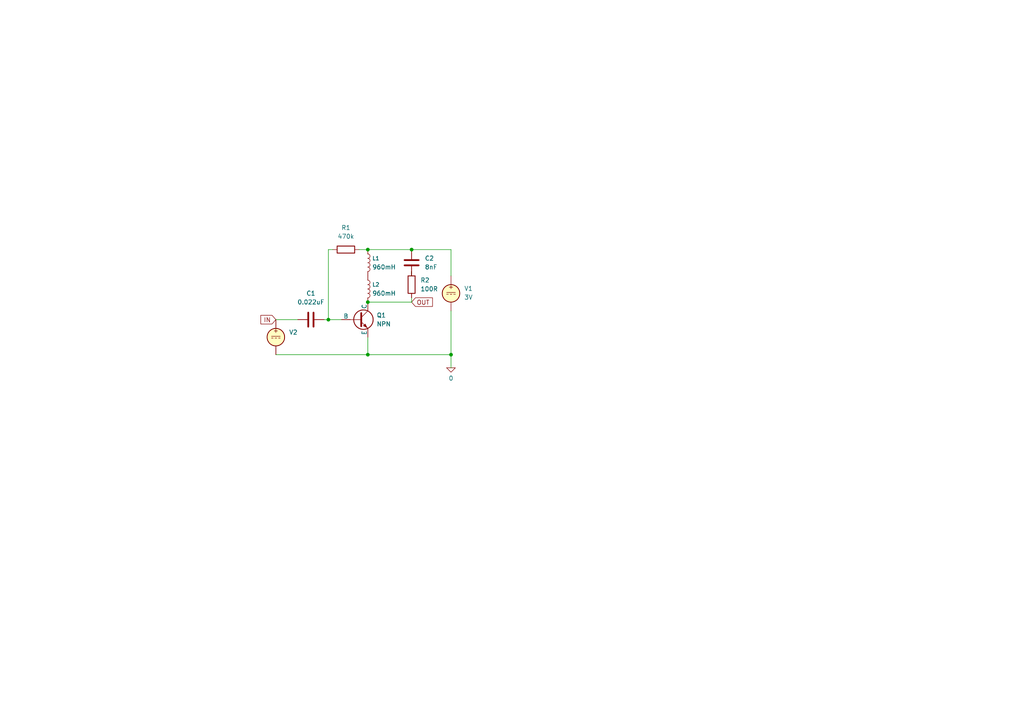
<source format=kicad_sch>
(kicad_sch (version 20250114) (generator "eeschema") (generator_version "9.0")
  (paper "A4")
  (lib_symbols
    (symbol "Device:C" (pin_numbers (hide yes)) (pin_names (offset 0.254))
      (property "Reference" "C" (at 0.635 2.54 0))
      (property "Value" "C" (at 0.635 -2.54 0))
      (symbol "C_0_1"
        (polyline (pts (xy -2.032 0.762) (xy 2.032 0.762)) (stroke (width 0.508)))
        (polyline (pts (xy -2.032 -0.762) (xy 2.032 -0.762)) (stroke (width 0.508)))
      )
      (symbol "C_1_1"
        (pin passive line (at 0 3.81 270) (length 2.794) (name "~") (number "1"))
        (pin passive line (at 0 -3.81 90) (length 2.794) (name "~") (number "2"))
      )
    )
    (symbol "Device:R" (pin_numbers (hide yes)) (pin_names (offset 0))
      (property "Reference" "R" (at 2.032 0 90))
      (property "Value" "R" (at 0 0 90))
      (symbol "R_0_1"
        (rectangle (start -1.016 -2.54) (end 1.016 2.54) (stroke (width 0.254)))
      )
      (symbol "R_1_1"
        (pin passive line (at 0 3.81 270) (length 1.27) (name "~") (number "1"))
        (pin passive line (at 0 -3.81 90) (length 1.27) (name "~") (number "2"))
      )
    )
    (symbol "Simulation_SPICE:0" (power) (pin_numbers (hide yes)) (pin_names (offset 0) (hide yes))
      (property "Value" "0" (at 0 -2.54 0))
      (symbol "0_0_1"
        (polyline (pts (xy -1.27 0) (xy 0 -1.27) (xy 1.27 0) (xy -1.27 0)))
      )
      (symbol "0_1_1"
        (pin power_in line (at 0 0 0) (length 0) (name "~") (number "1"))
      )
    )
    (symbol "Simulation_SPICE:NPN" (pin_numbers (hide yes)) (pin_names (offset 0))
      (property "Reference" "Q" (at -2.54 7.62 0))
      (property "Value" "NPN" (at -2.54 5.08 0))
      (symbol "NPN_0_1"
        (polyline (pts (xy -2.54 0) (xy 0.635 0)) (stroke (width 0.1524)))
        (polyline (pts (xy 0.635 1.905) (xy 0.635 -1.905) (xy 0.635 -1.905)) (stroke (width 0.508)))
        (polyline (pts (xy 0.635 0.635) (xy 2.54 2.54)))
        (polyline (pts (xy 0.635 -0.635) (xy 2.54 -2.54) (xy 2.54 -2.54)))
        (circle (center 1.27 0) (radius 2.8194) (stroke (width 0.254)))
        (polyline (pts (xy 1.27 -1.778) (xy 1.778 -1.27) (xy 2.286 -2.286) (xy 1.27 -1.778) (xy 1.27 -1.778)) (fill (type outline)))
        (polyline (pts (xy 2.794 -1.27) (xy 2.794 -1.27)) (stroke (width 0.1524)))
        (polyline (pts (xy 2.794 -1.27) (xy 2.794 -1.27)) (stroke (width 0.1524)))
      )
      (symbol "NPN_1_1"
        (pin input line (at -5.08 0 0) (length 2.54) (name "B") (number "2"))
        (pin open_collector line (at 2.54 5.08 270) (length 2.54) (name "C") (number "1"))
        (pin open_emitter line (at 2.54 -5.08 90) (length 2.54) (name "E") (number "3"))
      )
    )
    (symbol "Simulation_SPICE:VDC" (pin_numbers (hide yes)) (pin_names (offset 0.0254))
      (property "Reference" "V" (at 2.54 2.54 0))
      (property "Value" "1" (at 2.54 0 0))
      (symbol "VDC_0_0"
        (polyline (pts (xy -1.27 0.254) (xy 1.27 0.254)))
        (polyline (pts (xy -0.762 -0.254) (xy -1.27 -0.254)))
        (polyline (pts (xy 0.254 -0.254) (xy -0.254 -0.254)))
        (polyline (pts (xy 1.27 -0.254) (xy 0.762 -0.254)))
        (text "+" (at 0 1.905 0) (effects (font (size 1.27 1.27))))
      )
      (symbol "VDC_0_1"
        (circle (center 0 0) (radius 2.54) (stroke (width 0.254)) (fill (type background)))
      )
      (symbol "VDC_1_1"
        (pin passive line (at 0 5.08 270) (length 2.54) (name "~") (number "1"))
        (pin passive line (at 0 -5.08 90) (length 2.54) (name "~") (number "2"))
      )
    )
    (symbol "kicadunlocked:L" (pin_numbers (hide yes)) (pin_names (offset 1.016) (hide yes))
      (property "Reference" "L" (at -1.27 -3.81 90))
      (property "Value" "L" (at 1.905 -3.81 90))
      (symbol "L_0_1"
        (arc (start 0 -1.27) (mid 0.6323 -1.905) (end 0 -2.54))
        (arc (start 0 -2.54) (mid 0.6323 -3.175) (end 0 -3.81))
        (arc (start 0 -3.81) (mid 0.6323 -4.445) (end 0 -5.08))
        (arc (start 0 -5.08) (mid 0.6323 -5.715) (end 0 -6.35))
      )
      (symbol "L_1_1"
        (pin passive line (at 0 0 270) (length 1.27) (name "1") (number "1"))
        (pin passive line (at 0 -7.62 90) (length 1.27) (name "2") (number "2"))
      )
    )
  )
  (junction (at 119.38 72.39))
  (junction (at 106.68 102.87))
  (junction (at 106.68 87.63))
  (junction (at 106.68 72.39))
  (junction (at 95.25 92.71))
  (junction (at 130.81 102.87))
  (wire (pts (xy 106.68 72.39) (xy 119.38 72.39)))
  (wire (pts (xy 130.81 90.17) (xy 130.81 102.87)))
  (wire (pts (xy 93.98 92.71) (xy 95.25 92.71)))
  (wire (pts (xy 119.38 72.39) (xy 130.81 72.39)))
  (wire (pts (xy 95.25 92.71) (xy 99.06 92.71)))
  (wire (pts (xy 95.25 72.39) (xy 95.25 92.71)))
  (wire (pts (xy 106.68 102.87) (xy 130.81 102.87)))
  (wire (pts (xy 106.68 102.87) (xy 106.68 97.79)))
  (wire (pts (xy 80.01 102.87) (xy 106.68 102.87)))
  (wire (pts (xy 119.38 86.36) (xy 119.38 87.63)))
  (wire (pts (xy 104.14 72.39) (xy 106.68 72.39)))
  (wire (pts (xy 130.81 80.01) (xy 130.81 72.39)))
  (wire (pts (xy 130.81 102.87) (xy 130.81 106.68)))
  (wire (pts (xy 119.38 78.74) (xy 119.38 80.01)))
  (wire (pts (xy 80.01 92.71) (xy 86.36 92.71)))
  (wire (pts (xy 106.68 87.63) (xy 119.38 87.63)))
  (wire (pts (xy 95.25 72.39) (xy 96.52 72.39)))
  (global_label "OUT" (shape input) (at 119.38 87.63 0) (property "Intersheetrefs" "${INTERSHEET_REFS}" (effects (hide yes))))
  (global_label "IN" (shape input) (at 80.01 92.71 180) (property "Intersheetrefs" "${INTERSHEET_REFS}" (effects (hide yes))))
  (symbol (lib_id "Device:C") (at 119.38 76.2 0) (unit 1)
    (property "Reference" "C2" (at 123.19 74.9299 0) (effects (justify left)))
    (property "Value" "8nF" (at 123.19 77.4699 0) (effects (justify left)))
    (property "Description" "Unpolarized capacitor" (effects (hide yes)))
  )
  (symbol (lib_id "Device:C") (at 90.17 92.71 90) (unit 1)
    (property "Reference" "C1" (at 90.17 85.09 90))
    (property "Value" "0.022uF" (at 90.17 87.63 90))
    (property "Description" "Unpolarized capacitor" (effects (hide yes)))
  )
  (symbol (lib_id "Simulation_SPICE:0") (at 130.81 106.68 0) (unit 1)
    (property "Reference" "#GND01" (effects (hide yes)))
    (property "Value" "0" (at 130.81 109.728 0))
    (property "Datasheet" "https://ngspice.sourceforge.io/docs/ngspice-html-manual/manual.xhtml#subsec_Circuit_elements__device" (effects (hide yes)))
    (property "Description" "0V reference potential for simulation" (effects (hide yes)))
  )
  (symbol (lib_id "Device:R") (at 119.38 82.55 0) (unit 1)
    (property "Reference" "R2" (at 121.92 81.2799 0) (effects (justify left)))
    (property "Value" "100R" (at 121.92 83.8199 0) (effects (justify left)))
    (property "Description" "Resistor" (effects (hide yes)))
  )
  (symbol (lib_id "kicadunlocked:L") (at 106.68 80.01 0) (unit 1)
    (property "Reference" "L2" (at 107.95 82.5499 0) (effects (font (size 1.1 1.1)) (justify left)))
    (property "Value" "960mH" (at 107.95 85.0899 0) (effects (justify left)))
    (property "Description" "Inductor" (effects (hide yes)))
  )
  (symbol (lib_id "Simulation_SPICE:NPN") (at 104.14 92.71 0) (unit 1)
    (property "Reference" "Q1" (at 109.22 91.4399 0) (effects (justify left)))
    (property "Value" "NPN" (at 109.22 93.9799 0) (effects (justify left)))
    (property "Datasheet" "https://ngspice.sourceforge.io/docs/ngspice-html-manual/manual.xhtml#cha_BJTs" (effects (hide yes)))
    (property "Description" "Bipolar transistor symbol for simulation only, substrate tied to the emitter" (effects (hide yes)))
    (property "Sim.Device" "NPN" (effects (hide yes)))
    (property "Sim.Type" "GUMMELPOON" (effects (hide yes)))
    (property "Sim.Pins" "1=C 2=B 3=E" (effects (hide yes)))
  )
  (symbol (lib_id "Simulation_SPICE:VDC") (at 130.81 85.09 0) (unit 1)
    (property "Reference" "V1" (at 134.62 83.6901 0) (effects (justify left)))
    (property "Value" "3V" (at 134.62 86.2301 0) (effects (justify left)))
    (property "Datasheet" "https://ngspice.sourceforge.io/docs/ngspice-html-manual/manual.xhtml#sec_Independent_Sources_for" (effects (hide yes)))
    (property "Description" "Voltage source, DC" (effects (hide yes)))
    (property "Sim.Pins" "1=+ 2=-" (effects (hide yes)))
    (property "Sim.Type" "DC" (effects (hide yes)))
    (property "Sim.Device" "V" (effects (hide yes)))
  )
  (symbol (lib_id "kicadunlocked:L") (at 106.68 72.39 0) (unit 1)
    (property "Reference" "L1" (at 107.95 74.9299 0) (effects (font (size 1.1 1.1)) (justify left)))
    (property "Value" "960mH" (at 107.95 77.4699 0) (effects (justify left)))
    (property "Description" "Inductor" (effects (hide yes)))
  )
  (symbol (lib_id "Device:R") (at 100.33 72.39 90) (unit 1)
    (property "Reference" "R1" (at 100.33 66.04 90))
    (property "Value" "470k" (at 100.33 68.58 90))
    (property "Description" "Resistor" (effects (hide yes)))
  )
  (symbol (lib_id "Simulation_SPICE:VDC") (at 80.01 97.79 0) (unit 1)
    (property "Reference" "V2" (at 83.82 96.3901 0) (effects (justify left)))
    (property "Value" "${SIM.PARAMS}" (effects (hide yes)))
    (property "Datasheet" "https://ngspice.sourceforge.io/docs/ngspice-html-manual/manual.xhtml#sec_Independent_Sources_for" (effects (hide yes)))
    (property "Description" "Voltage source, DC" (effects (hide yes)))
    (property "Sim.Pins" "1=+ 2=-" (effects (hide yes)))
    (property "Sim.Type" "SIN" (effects (hide yes)))
    (property "Sim.Device" "V" (effects (hide yes)))
    (property "Sim.Params" "dc=0 ampl=0.005 f=1kHz" (effects (hide yes)))
  )
)
</source>
